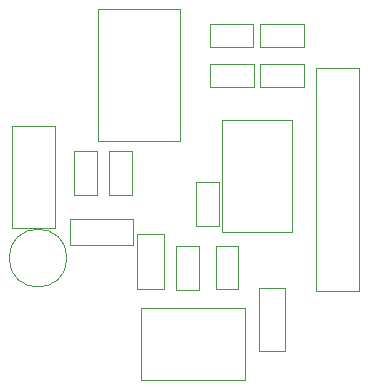
<source format=gbr>
%TF.GenerationSoftware,KiCad,Pcbnew,8.0.6*%
%TF.CreationDate,2024-12-07T20:30:12+01:00*%
%TF.ProjectId,circular PCB,63697263-756c-4617-9220-5043422e6b69,rev?*%
%TF.SameCoordinates,Original*%
%TF.FileFunction,Other,User*%
%FSLAX46Y46*%
G04 Gerber Fmt 4.6, Leading zero omitted, Abs format (unit mm)*
G04 Created by KiCad (PCBNEW 8.0.6) date 2024-12-07 20:30:12*
%MOMM*%
%LPD*%
G01*
G04 APERTURE LIST*
%ADD10C,0.050000*%
G04 APERTURE END LIST*
D10*
%TO.C,M2*%
X181250000Y-74050000D02*
G75*
G02*
X176350000Y-74050000I-2450000J0D01*
G01*
X176350000Y-74050000D02*
G75*
G02*
X181250000Y-74050000I2450000J0D01*
G01*
%TO.C,C1*%
X186790000Y-68737500D02*
X184830000Y-68737500D01*
X186790000Y-64977500D02*
X186790000Y-68737500D01*
X184830000Y-68737500D02*
X184830000Y-64977500D01*
X184830000Y-64977500D02*
X186790000Y-64977500D01*
%TO.C,R2*%
X194110000Y-71300000D02*
X192210000Y-71300000D01*
X194110000Y-67600000D02*
X194110000Y-71300000D01*
X192210000Y-71300000D02*
X192210000Y-67600000D01*
X192210000Y-67600000D02*
X194110000Y-67600000D01*
%TO.C,C2*%
X183780000Y-68737500D02*
X181820000Y-68737500D01*
X183780000Y-64977500D02*
X183780000Y-68737500D01*
X181820000Y-68737500D02*
X181820000Y-64977500D01*
X181820000Y-64977500D02*
X183780000Y-64977500D01*
%TO.C,R4*%
X195730000Y-76690000D02*
X193830000Y-76690000D01*
X195730000Y-72990000D02*
X195730000Y-76690000D01*
X193830000Y-76690000D02*
X193830000Y-72990000D01*
X193830000Y-72990000D02*
X195730000Y-72990000D01*
%TO.C,R3*%
X201320000Y-56160000D02*
X197620000Y-56160000D01*
X201320000Y-54260000D02*
X201320000Y-56160000D01*
X197620000Y-56160000D02*
X197620000Y-54260000D01*
X197620000Y-54260000D02*
X201320000Y-54260000D01*
%TO.C,D2*%
X186817500Y-72910000D02*
X181517500Y-72910000D01*
X186817500Y-70710000D02*
X186817500Y-72910000D01*
X181517500Y-72910000D02*
X181517500Y-70710000D01*
X181517500Y-70710000D02*
X186817500Y-70710000D01*
%TO.C,L1*%
X193355000Y-57650000D02*
X197055000Y-57650000D01*
X193355000Y-59550000D02*
X193355000Y-57650000D01*
X197055000Y-57650000D02*
X197055000Y-59550000D01*
X197055000Y-59550000D02*
X193355000Y-59550000D01*
%TO.C,U1*%
X200290000Y-71870000D02*
X200290000Y-62370000D01*
X194390000Y-71870000D02*
X200290000Y-71870000D01*
X194390000Y-71870000D02*
X194390000Y-62370000D01*
X194390000Y-62370000D02*
X200290000Y-62370000D01*
%TO.C,J2*%
X180230000Y-71500000D02*
X180230000Y-62850000D01*
X180230000Y-62850000D02*
X176630000Y-62850000D01*
X176630000Y-71500000D02*
X180230000Y-71500000D01*
X176630000Y-62850000D02*
X176630000Y-71500000D01*
%TO.C,R1*%
X201330000Y-59560000D02*
X197630000Y-59560000D01*
X201330000Y-57660000D02*
X201330000Y-59560000D01*
X197630000Y-59560000D02*
X197630000Y-57660000D01*
X197630000Y-57660000D02*
X201330000Y-57660000D01*
%TO.C,D5*%
X199720000Y-81890000D02*
X197520000Y-81890000D01*
X199720000Y-76590000D02*
X199720000Y-81890000D01*
X197520000Y-81890000D02*
X197520000Y-76590000D01*
X197520000Y-76590000D02*
X199720000Y-76590000D01*
%TO.C,J3*%
X196290000Y-78310000D02*
X196290000Y-84410000D01*
X187490000Y-84410000D02*
X196290000Y-84410000D01*
X187490000Y-84410000D02*
X187490000Y-78310000D01*
X187490000Y-78310000D02*
X196290000Y-78310000D01*
%TO.C,R5*%
X192390000Y-76740000D02*
X190490000Y-76740000D01*
X192390000Y-73040000D02*
X192390000Y-76740000D01*
X190490000Y-76740000D02*
X190490000Y-73040000D01*
X190490000Y-73040000D02*
X192390000Y-73040000D01*
%TO.C,L2*%
X193345000Y-54260000D02*
X197045000Y-54260000D01*
X193345000Y-56160000D02*
X193345000Y-54260000D01*
X197045000Y-54260000D02*
X197045000Y-56160000D01*
X197045000Y-56160000D02*
X193345000Y-56160000D01*
%TO.C,U2*%
X190855000Y-64105000D02*
X190855000Y-53005000D01*
X190855000Y-53005000D02*
X183855000Y-53005000D01*
X183855000Y-64105000D02*
X190855000Y-64105000D01*
X183855000Y-53005000D02*
X183855000Y-64105000D01*
%TO.C,J1*%
X205970000Y-76800000D02*
X205970000Y-57950000D01*
X205970000Y-57950000D02*
X202370000Y-57950000D01*
X202370000Y-76800000D02*
X205970000Y-76800000D01*
X202370000Y-57950000D02*
X202370000Y-76800000D01*
%TO.C,D3*%
X189500000Y-72010000D02*
X189500000Y-76710000D01*
X187200000Y-76710000D02*
X189500000Y-76710000D01*
X187200000Y-76710000D02*
X187200000Y-72010000D01*
X187200000Y-72010000D02*
X189500000Y-72010000D01*
%TD*%
M02*

</source>
